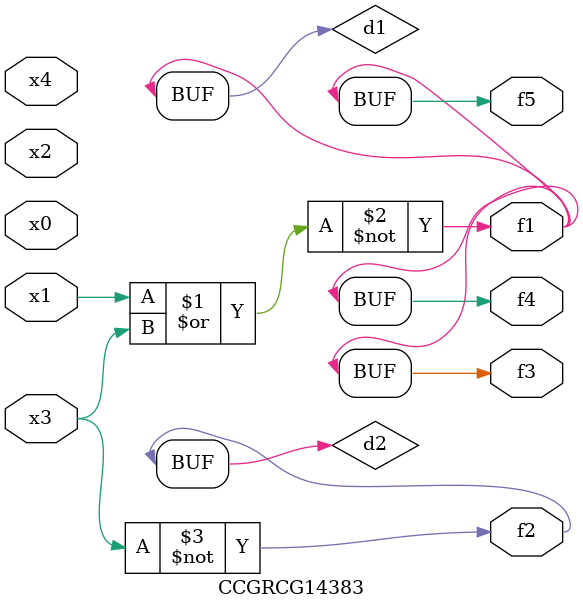
<source format=v>
module CCGRCG14383(
	input x0, x1, x2, x3, x4,
	output f1, f2, f3, f4, f5
);

	wire d1, d2;

	nor (d1, x1, x3);
	not (d2, x3);
	assign f1 = d1;
	assign f2 = d2;
	assign f3 = d1;
	assign f4 = d1;
	assign f5 = d1;
endmodule

</source>
